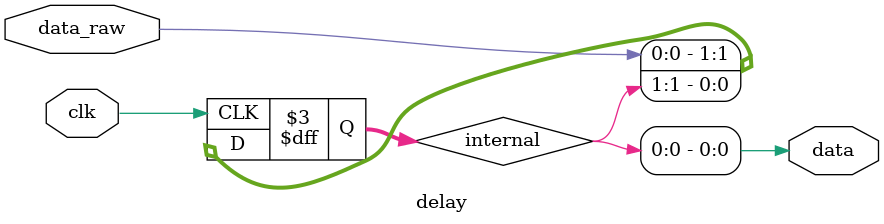
<source format=sv>
`include "./modules/defines.sv"

module delay #(parameter
							 WIDTH = 2
							)
			 (
				 input wire clk,
				 input wire data_raw,
				 output wire data
			 );

reg[WIDTH-1:0] internal = 0;

always @(posedge clk) begin
	if (WIDTH == 1) internal <= data_raw;
	else internal <= { data_raw, internal[WIDTH-1:1] };
end

assign data = (WIDTH == 1) ? internal : internal[0];

endmodule

</source>
